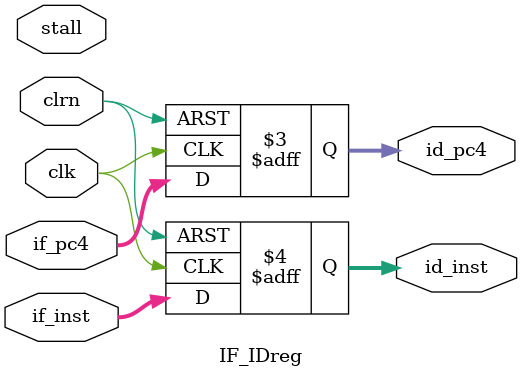
<source format=v>
`timescale 1ns / 1ps
module IF_IDreg(clk,clrn,if_pc4,if_inst,id_pc4,id_inst,stall
    );
	 input [31:0] if_pc4,if_inst;
	 input clk,clrn;
	 input stall;
	 output [31:0] id_pc4,id_inst;
	 
	 reg [31:0] id_pc4,id_inst;
	 
	 always @ (posedge clk or negedge clrn)
		if(clrn ==0 )
			begin 
				id_pc4<=0;
				id_inst<=0;
			end
		else
			begin
				id_pc4<=if_pc4;
				id_inst <=if_inst;
			end
endmodule

</source>
